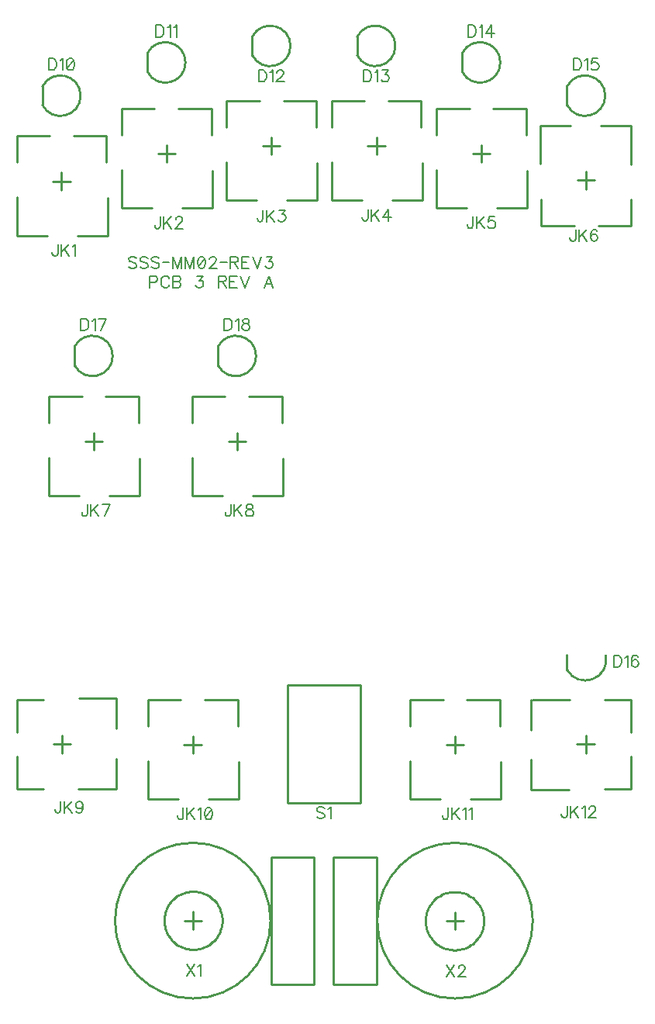
<source format=gbr>
G04 DipTrace 2.4.0.2*
%INTopSilk.gbr*%
%MOIN*%
%ADD10C,0.0098*%
%ADD51C,0.0077*%
%FSLAX44Y44*%
G04*
G70*
G90*
G75*
G01*
%LNTopSilk*%
%LPD*%
X5581Y42792D2*
D10*
Y43630D1*
Y42827D2*
G03X5581Y43616I774J395D01*
G01*
X10093Y44221D2*
Y45059D1*
Y44256D2*
G03X10093Y45045I774J395D01*
G01*
X14605Y44930D2*
Y45768D1*
Y44965D2*
G03X14605Y45754I774J395D01*
G01*
X19116Y44930D2*
Y45768D1*
Y44965D2*
G03X19116Y45754I774J395D01*
G01*
X23628Y44221D2*
Y45059D1*
Y44256D2*
G03X23628Y45045I774J395D01*
G01*
X28140Y42792D2*
Y43630D1*
Y42827D2*
G03X28140Y43616I774J395D01*
G01*
X6961Y31611D2*
Y32449D1*
Y31646D2*
G03X6961Y32435I774J395D01*
G01*
X13127Y31611D2*
Y32449D1*
Y31646D2*
G03X13127Y32435I774J395D01*
G01*
X6781Y39547D2*
X6033D1*
X6407Y39921D2*
Y39173D1*
X8336Y41496D2*
X6919D1*
X8376Y37205D2*
Y38819D1*
X8336Y40354D2*
Y41496D1*
X8376Y37205D2*
X7076D1*
X5777D2*
X4478D1*
Y37244D2*
Y38858D1*
Y40354D2*
Y41496D1*
X5895D2*
X4478D1*
X11293Y40728D2*
X10544D1*
X10918Y41102D2*
Y40355D1*
X12848Y42677D2*
X11431D1*
X12887Y38386D2*
Y40000D1*
X12848Y41535D2*
Y42677D1*
X12887Y38386D2*
X11588D1*
X10289D2*
X8990D1*
Y38425D2*
Y40039D1*
Y41535D2*
Y42677D1*
X10407D2*
X8990D1*
X28592Y39587D2*
X29340D1*
X28966Y39213D2*
Y39960D1*
X27037Y37638D2*
X28454D1*
X26997Y41929D2*
Y40315D1*
X27037Y38780D2*
Y37638D1*
X26997Y41929D2*
X28297D1*
X29596D2*
X30895D1*
Y41890D2*
Y40276D1*
Y38780D2*
Y37638D1*
X29478D2*
X30895D1*
X8162Y28366D2*
X7413D1*
X7787Y28740D2*
Y27992D1*
X9717Y30315D2*
X8299D1*
X9756Y26024D2*
Y27638D1*
X9717Y29173D2*
Y30315D1*
X9756Y26024D2*
X8457D1*
X7157D2*
X5858D1*
Y26063D2*
Y27677D1*
Y29173D2*
Y30315D1*
X7276D2*
X5858D1*
X14327Y28366D2*
X13579D1*
X13953Y28740D2*
Y27992D1*
X15882Y30315D2*
X14465D1*
X15921Y26024D2*
Y27638D1*
X15882Y29173D2*
Y30315D1*
X15921Y26024D2*
X14622D1*
X13323D2*
X12024D1*
Y26063D2*
Y27677D1*
Y29173D2*
Y30315D1*
X13441D2*
X12024D1*
X6426Y15729D2*
Y14980D1*
X6053Y15354D2*
X6800D1*
X4478Y17283D2*
Y15866D1*
X8769Y17323D2*
X7155D1*
X5619Y17283D2*
X4478D1*
X8769Y17323D2*
Y16023D1*
Y14724D2*
Y13425D1*
X8730D2*
X7115D1*
X5619D2*
X4478D1*
Y14843D2*
Y13425D1*
X12423Y15335D2*
X11674D1*
X12048Y15709D2*
Y14961D1*
X13978Y17283D2*
X12560D1*
X14017Y12992D2*
Y14606D1*
X13978Y16142D2*
Y17283D1*
X14017Y12992D2*
X12718D1*
X11419D2*
X10120D1*
Y13031D2*
Y14646D1*
Y16142D2*
Y17283D1*
X11537D2*
X10120D1*
X23698Y15335D2*
X22950D1*
X23324Y15709D2*
Y14961D1*
X25253Y17283D2*
X23836D1*
X25293Y12992D2*
Y14606D1*
X25253Y16142D2*
Y17283D1*
X25293Y12992D2*
X23993D1*
X22694D2*
X21395D1*
Y13031D2*
Y14646D1*
Y16142D2*
Y17283D1*
X22812D2*
X21395D1*
X28946Y14980D2*
Y15728D1*
X29320Y15355D2*
X28572D1*
X30895Y13425D2*
Y14842D1*
X26604Y13386D2*
X28218D1*
X29753Y13425D2*
X30895D1*
X26604Y13386D2*
Y14685D1*
Y15984D2*
Y17283D1*
X26643D2*
X28257D1*
X29753D2*
X30895D1*
Y15866D2*
Y17283D1*
X16112Y17913D2*
X19261D1*
Y12835D1*
X16112D1*
Y17913D1*
X8704Y7776D2*
G02X8704Y7776I3345J0D01*
G01*
X15419Y5043D2*
X17269D1*
Y10512D1*
X15419D1*
Y5043D1*
X12052Y7407D2*
Y8155D1*
X12425Y7781D2*
X11677D1*
X10816Y7785D2*
X10819Y7872D1*
X10828Y7959D1*
X10843Y8045D1*
X10864Y8130D1*
X10891Y8213D1*
X10924Y8294D1*
X10962Y8372D1*
X11006Y8448D1*
X11055Y8520D1*
X11108Y8589D1*
X11167Y8654D1*
X11230Y8714D1*
X11296Y8770D1*
X11367Y8822D1*
X11441Y8868D1*
X11518Y8909D1*
X11598Y8944D1*
X11680Y8974D1*
X11764Y8998D1*
X11849Y9016D1*
X11936Y9028D1*
X12023Y9035D1*
X12110D1*
X12197Y9028D1*
X12284Y9016D1*
X12369Y8998D1*
X12453Y8974D1*
X12535Y8944D1*
X12615Y8909D1*
X12692Y8868D1*
X12766Y8822D1*
X12836Y8770D1*
X12903Y8714D1*
X12966Y8654D1*
X13024Y8589D1*
X13078Y8520D1*
X13127Y8448D1*
X13171Y8372D1*
X13209Y8294D1*
X13241Y8213D1*
X13268Y8130D1*
X13290Y8045D1*
X13305Y7959D1*
X13314Y7872D1*
X13317Y7785D1*
X13314Y7698D1*
X13305Y7611D1*
X13290Y7525D1*
X13268Y7441D1*
X13241Y7358D1*
X13209Y7277D1*
X13171Y7198D1*
X13127Y7123D1*
X13078Y7051D1*
X13024Y6982D1*
X12966Y6917D1*
X12903Y6856D1*
X12836Y6800D1*
X12766Y6749D1*
X12692Y6703D1*
X12615Y6662D1*
X12535Y6626D1*
X12453Y6596D1*
X12369Y6572D1*
X12284Y6554D1*
X12197Y6542D1*
X12110Y6536D1*
X12023D1*
X11936Y6542D1*
X11849Y6554D1*
X11764Y6572D1*
X11680Y6596D1*
X11598Y6626D1*
X11518Y6662D1*
X11441Y6703D1*
X11367Y6749D1*
X11296Y6800D1*
X11230Y6856D1*
X11167Y6917D1*
X11108Y6982D1*
X11055Y7051D1*
X11006Y7123D1*
X10962Y7198D1*
X10924Y7277D1*
X10891Y7358D1*
X10864Y7441D1*
X10843Y7525D1*
X10828Y7611D1*
X10819Y7698D1*
X10816Y7785D1*
X19979Y7776D2*
G02X19979Y7776I3345J0D01*
G01*
X19954Y10508D2*
X18104D1*
Y5039D1*
X19954D1*
Y10508D1*
X23321Y8144D2*
Y7396D1*
X22947Y7770D2*
X23696D1*
X22056Y7766D2*
X22059Y7853D1*
X22068Y7940D1*
X22083Y8026D1*
X22104Y8110D1*
X22131Y8193D1*
X22164Y8274D1*
X22202Y8353D1*
X22246Y8428D1*
X22295Y8501D1*
X22348Y8569D1*
X22407Y8634D1*
X22470Y8695D1*
X22536Y8751D1*
X22607Y8802D1*
X22681Y8848D1*
X22758Y8889D1*
X22838Y8925D1*
X22920Y8955D1*
X23004Y8979D1*
X23089Y8997D1*
X23176Y9009D1*
X23263Y9015D1*
X23350D1*
X23437Y9009D1*
X23524Y8997D1*
X23609Y8979D1*
X23693Y8955D1*
X23775Y8925D1*
X23855Y8889D1*
X23932Y8848D1*
X24006Y8802D1*
X24076Y8751D1*
X24143Y8695D1*
X24206Y8634D1*
X24264Y8569D1*
X24318Y8501D1*
X24367Y8428D1*
X24411Y8353D1*
X24449Y8274D1*
X24481Y8193D1*
X24508Y8110D1*
X24530Y8026D1*
X24545Y7940D1*
X24554Y7853D1*
X24557Y7766D1*
X24554Y7679D1*
X24545Y7592D1*
X24530Y7506D1*
X24508Y7421D1*
X24481Y7338D1*
X24449Y7257D1*
X24411Y7179D1*
X24367Y7103D1*
X24318Y7031D1*
X24264Y6962D1*
X24206Y6898D1*
X24143Y6837D1*
X24076Y6781D1*
X24006Y6730D1*
X23932Y6683D1*
X23855Y6642D1*
X23775Y6607D1*
X23693Y6577D1*
X23609Y6553D1*
X23524Y6535D1*
X23437Y6523D1*
X23350Y6517D1*
X23263D1*
X23176Y6523D1*
X23089Y6535D1*
X23004Y6553D1*
X22920Y6577D1*
X22838Y6607D1*
X22758Y6642D1*
X22681Y6683D1*
X22607Y6730D1*
X22536Y6781D1*
X22470Y6837D1*
X22407Y6898D1*
X22348Y6962D1*
X22295Y7031D1*
X22246Y7103D1*
X22202Y7179D1*
X22164Y7257D1*
X22131Y7338D1*
X22104Y7421D1*
X22083Y7506D1*
X22068Y7592D1*
X22059Y7679D1*
X22056Y7766D1*
X24828Y40728D2*
X24080D1*
X24454Y41102D2*
Y40355D1*
X26383Y42677D2*
X24966D1*
X26423Y38386D2*
Y40000D1*
X26383Y41535D2*
Y42677D1*
X26423Y38386D2*
X25123D1*
X23824D2*
X22525D1*
Y38425D2*
Y40039D1*
Y41535D2*
Y42677D1*
X23942D2*
X22525D1*
X20317Y41063D2*
X19568D1*
X19942Y41437D2*
Y40689D1*
X21871Y43012D2*
X20454D1*
X21911Y38721D2*
Y40335D1*
X21871Y41870D2*
Y43012D1*
X21911Y38721D2*
X20611D1*
X19312D2*
X18013D1*
Y38760D2*
Y40374D1*
Y41870D2*
Y43012D1*
X19430D2*
X18013D1*
X15805Y41063D2*
X15056D1*
X15430Y41437D2*
Y40689D1*
X17360Y43012D2*
X15942D1*
X17399Y38721D2*
Y40335D1*
X17360Y41870D2*
Y43012D1*
X17399Y38721D2*
X16100D1*
X14800D2*
X13501D1*
Y38760D2*
Y40374D1*
Y41870D2*
Y43012D1*
X14919D2*
X13501D1*
X28140Y18528D2*
X28135Y19197D1*
X28140Y18563D2*
G03X29808Y19165I787J431D01*
G01*
X5853Y44823D2*
D51*
Y44320D1*
X6020D1*
X6092Y44345D1*
X6140Y44392D1*
X6164Y44440D1*
X6188Y44511D1*
Y44631D1*
X6164Y44703D1*
X6140Y44751D1*
X6092Y44799D1*
X6020Y44823D1*
X5853D1*
X6342Y44726D2*
X6390Y44751D1*
X6462Y44822D1*
Y44320D1*
X6760Y44822D2*
X6689Y44798D1*
X6640Y44726D1*
X6617Y44607D1*
Y44535D1*
X6640Y44416D1*
X6689Y44344D1*
X6760Y44320D1*
X6808D1*
X6880Y44344D1*
X6927Y44416D1*
X6952Y44535D1*
Y44607D1*
X6927Y44726D1*
X6880Y44798D1*
X6808Y44822D1*
X6760D1*
X6927Y44726D2*
X6640Y44416D1*
X10472Y46252D2*
Y45749D1*
X10640D1*
X10712Y45774D1*
X10760Y45821D1*
X10783Y45869D1*
X10807Y45941D1*
Y46061D1*
X10783Y46132D1*
X10760Y46180D1*
X10712Y46228D1*
X10640Y46252D1*
X10472D1*
X10962Y46156D2*
X11010Y46180D1*
X11082Y46251D1*
Y45749D1*
X11236Y46156D2*
X11284Y46180D1*
X11356Y46251D1*
Y45749D1*
X14877Y44321D2*
Y43819D1*
X15044D1*
X15116Y43843D1*
X15164Y43890D1*
X15188Y43938D1*
X15212Y44010D1*
Y44130D1*
X15188Y44202D1*
X15164Y44249D1*
X15116Y44297D1*
X15044Y44321D1*
X14877D1*
X15366Y44225D2*
X15414Y44249D1*
X15486Y44320D1*
Y43819D1*
X15665Y44201D2*
Y44225D1*
X15688Y44273D1*
X15712Y44297D1*
X15760Y44320D1*
X15856D1*
X15903Y44297D1*
X15927Y44273D1*
X15951Y44225D1*
Y44177D1*
X15927Y44129D1*
X15880Y44058D1*
X15640Y43819D1*
X15975D1*
X19388Y44321D2*
Y43819D1*
X19556D1*
X19628Y43843D1*
X19676Y43890D1*
X19700Y43938D1*
X19723Y44010D1*
Y44130D1*
X19700Y44202D1*
X19676Y44249D1*
X19628Y44297D1*
X19556Y44321D1*
X19388D1*
X19878Y44225D2*
X19926Y44249D1*
X19998Y44320D1*
Y43819D1*
X20200Y44320D2*
X20463D1*
X20320Y44129D1*
X20391D1*
X20439Y44105D1*
X20463Y44082D1*
X20487Y44010D1*
Y43962D1*
X20463Y43890D1*
X20415Y43842D1*
X20343Y43819D1*
X20271D1*
X20200Y43842D1*
X20176Y43867D1*
X20152Y43914D1*
X23888Y46252D2*
Y45749D1*
X24056D1*
X24128Y45774D1*
X24176Y45821D1*
X24200Y45869D1*
X24223Y45941D1*
Y46061D1*
X24200Y46132D1*
X24176Y46180D1*
X24128Y46228D1*
X24056Y46252D1*
X23888D1*
X24378Y46156D2*
X24426Y46180D1*
X24498Y46251D1*
Y45749D1*
X24891D2*
Y46251D1*
X24652Y45917D1*
X25011D1*
X28412Y44823D2*
Y44320D1*
X28580D1*
X28651Y44345D1*
X28699Y44392D1*
X28723Y44440D1*
X28747Y44511D1*
Y44631D1*
X28723Y44703D1*
X28699Y44751D1*
X28651Y44799D1*
X28580Y44823D1*
X28412D1*
X28901Y44726D2*
X28949Y44751D1*
X29021Y44822D1*
Y44320D1*
X29463Y44822D2*
X29224D1*
X29200Y44607D1*
X29224Y44631D1*
X29296Y44655D1*
X29367D1*
X29439Y44631D1*
X29487Y44583D1*
X29511Y44511D1*
Y44464D1*
X29487Y44392D1*
X29439Y44344D1*
X29367Y44320D1*
X29296D1*
X29224Y44344D1*
X29200Y44368D1*
X29176Y44416D1*
X7234Y33642D2*
Y33139D1*
X7401D1*
X7473Y33163D1*
X7521Y33211D1*
X7545Y33259D1*
X7569Y33330D1*
Y33450D1*
X7545Y33522D1*
X7521Y33570D1*
X7473Y33618D1*
X7401Y33642D1*
X7234D1*
X7723Y33545D2*
X7771Y33570D1*
X7843Y33641D1*
Y33139D1*
X8093D2*
X8332Y33641D1*
X7997D1*
X13399Y33642D2*
Y33139D1*
X13567D1*
X13639Y33163D1*
X13687Y33211D1*
X13710Y33259D1*
X13734Y33330D1*
Y33450D1*
X13710Y33522D1*
X13687Y33570D1*
X13639Y33618D1*
X13567Y33642D1*
X13399D1*
X13889Y33545D2*
X13937Y33570D1*
X14008Y33641D1*
Y33139D1*
X14282Y33641D2*
X14211Y33617D1*
X14187Y33570D1*
Y33522D1*
X14211Y33474D1*
X14258Y33450D1*
X14354Y33426D1*
X14426Y33402D1*
X14473Y33354D1*
X14497Y33307D1*
Y33235D1*
X14473Y33187D1*
X14450Y33163D1*
X14378Y33139D1*
X14282D1*
X14211Y33163D1*
X14187Y33187D1*
X14163Y33235D1*
Y33307D1*
X14187Y33354D1*
X14235Y33402D1*
X14306Y33426D1*
X14402Y33450D1*
X14450Y33474D1*
X14473Y33522D1*
Y33570D1*
X14450Y33617D1*
X14378Y33641D1*
X14282D1*
X6243Y36838D2*
Y36456D1*
X6219Y36384D1*
X6195Y36360D1*
X6147Y36336D1*
X6099D1*
X6052Y36360D1*
X6028Y36384D1*
X6004Y36456D1*
Y36503D1*
X6397Y36838D2*
Y36336D1*
X6732Y36838D2*
X6397Y36503D1*
X6517Y36623D2*
X6732Y36336D1*
X6887Y36742D2*
X6935Y36766D1*
X7007Y36838D1*
Y36336D1*
X10647Y38019D2*
Y37637D1*
X10624Y37565D1*
X10599Y37541D1*
X10552Y37517D1*
X10504D1*
X10456Y37541D1*
X10432Y37565D1*
X10408Y37637D1*
Y37684D1*
X10802Y38019D2*
Y37517D1*
X11137Y38019D2*
X10802Y37684D1*
X10921Y37804D2*
X11137Y37517D1*
X11315Y37899D2*
Y37923D1*
X11339Y37971D1*
X11363Y37995D1*
X11411Y38019D1*
X11507D1*
X11554Y37995D1*
X11578Y37971D1*
X11602Y37923D1*
Y37876D1*
X11578Y37828D1*
X11530Y37756D1*
X11291Y37517D1*
X11626D1*
X28510Y37468D2*
Y37086D1*
X28486Y37014D1*
X28462Y36990D1*
X28414Y36966D1*
X28366D1*
X28319Y36990D1*
X28295Y37014D1*
X28271Y37086D1*
Y37133D1*
X28664Y37468D2*
Y36966D1*
X28999Y37468D2*
X28664Y37133D1*
X28784Y37253D2*
X28999Y36966D1*
X29441Y37396D2*
X29417Y37444D1*
X29345Y37468D1*
X29297D1*
X29226Y37444D1*
X29177Y37372D1*
X29154Y37253D1*
Y37133D1*
X29177Y37038D1*
X29226Y36990D1*
X29297Y36966D1*
X29321D1*
X29392Y36990D1*
X29441Y37038D1*
X29464Y37110D1*
Y37133D1*
X29441Y37205D1*
X29392Y37253D1*
X29321Y37276D1*
X29297D1*
X29226Y37253D1*
X29177Y37205D1*
X29154Y37133D1*
X7516Y25657D2*
Y25275D1*
X7492Y25203D1*
X7468Y25179D1*
X7421Y25155D1*
X7372D1*
X7325Y25179D1*
X7301Y25203D1*
X7277Y25275D1*
Y25322D1*
X7671Y25657D2*
Y25155D1*
X8005Y25657D2*
X7671Y25322D1*
X7790Y25442D2*
X8005Y25155D1*
X8255D2*
X8495Y25657D1*
X8160D1*
X13682D2*
Y25275D1*
X13658Y25203D1*
X13634Y25179D1*
X13586Y25155D1*
X13538D1*
X13491Y25179D1*
X13467Y25203D1*
X13442Y25275D1*
Y25322D1*
X13836Y25657D2*
Y25155D1*
X14171Y25657D2*
X13836Y25322D1*
X13956Y25442D2*
X14171Y25155D1*
X14445Y25657D2*
X14374Y25633D1*
X14349Y25585D1*
Y25537D1*
X14374Y25490D1*
X14421Y25465D1*
X14517Y25442D1*
X14589Y25418D1*
X14636Y25370D1*
X14660Y25322D1*
Y25250D1*
X14636Y25203D1*
X14612Y25179D1*
X14541Y25155D1*
X14445D1*
X14374Y25179D1*
X14349Y25203D1*
X14326Y25250D1*
Y25322D1*
X14349Y25370D1*
X14397Y25418D1*
X14469Y25442D1*
X14564Y25465D1*
X14612Y25490D1*
X14636Y25537D1*
Y25585D1*
X14612Y25633D1*
X14541Y25657D1*
X14445D1*
X6364Y12901D2*
Y12519D1*
X6340Y12447D1*
X6316Y12423D1*
X6268Y12399D1*
X6220D1*
X6173Y12423D1*
X6149Y12447D1*
X6125Y12519D1*
Y12566D1*
X6518Y12901D2*
Y12399D1*
X6853Y12901D2*
X6518Y12566D1*
X6638Y12686D2*
X6853Y12399D1*
X7319Y12734D2*
X7295Y12662D1*
X7247Y12614D1*
X7175Y12590D1*
X7151D1*
X7080Y12614D1*
X7032Y12662D1*
X7008Y12734D1*
Y12758D1*
X7032Y12829D1*
X7080Y12877D1*
X7151Y12901D1*
X7175D1*
X7247Y12877D1*
X7295Y12829D1*
X7319Y12734D1*
Y12614D1*
X7295Y12494D1*
X7247Y12423D1*
X7175Y12399D1*
X7128D1*
X7056Y12423D1*
X7032Y12471D1*
X11640Y12626D2*
Y12243D1*
X11616Y12171D1*
X11592Y12148D1*
X11545Y12123D1*
X11496D1*
X11449Y12148D1*
X11425Y12171D1*
X11401Y12243D1*
Y12291D1*
X11795Y12626D2*
Y12123D1*
X12129Y12626D2*
X11795Y12291D1*
X11914Y12411D2*
X12129Y12123D1*
X12284Y12530D2*
X12332Y12554D1*
X12404Y12625D1*
Y12123D1*
X12702Y12625D2*
X12630Y12601D1*
X12582Y12530D1*
X12558Y12410D1*
Y12338D1*
X12582Y12219D1*
X12630Y12147D1*
X12702Y12123D1*
X12749D1*
X12821Y12147D1*
X12869Y12219D1*
X12893Y12338D1*
Y12410D1*
X12869Y12530D1*
X12821Y12601D1*
X12749Y12625D1*
X12702D1*
X12869Y12530D2*
X12582Y12219D1*
X23023Y12626D2*
Y12243D1*
X22999Y12171D1*
X22975Y12148D1*
X22928Y12123D1*
X22880D1*
X22832Y12148D1*
X22808Y12171D1*
X22784Y12243D1*
Y12291D1*
X23178Y12626D2*
Y12123D1*
X23513Y12626D2*
X23178Y12291D1*
X23297Y12411D2*
X23513Y12123D1*
X23667Y12530D2*
X23715Y12554D1*
X23787Y12625D1*
Y12123D1*
X23941Y12530D2*
X23989Y12554D1*
X24061Y12625D1*
Y12123D1*
X28144Y12704D2*
Y12322D1*
X28120Y12250D1*
X28096Y12226D1*
X28048Y12202D1*
X28000D1*
X27953Y12226D1*
X27929Y12250D1*
X27905Y12322D1*
Y12369D1*
X28298Y12704D2*
Y12202D1*
X28633Y12704D2*
X28298Y12369D1*
X28418Y12489D2*
X28633Y12202D1*
X28788Y12608D2*
X28836Y12633D1*
X28908Y12704D1*
Y12202D1*
X29086Y12584D2*
Y12608D1*
X29110Y12656D1*
X29134Y12680D1*
X29182Y12704D1*
X29278D1*
X29325Y12680D1*
X29349Y12656D1*
X29373Y12608D1*
Y12561D1*
X29349Y12513D1*
X29301Y12441D1*
X29062Y12202D1*
X29397D1*
X17717Y12593D2*
X17669Y12641D1*
X17597Y12665D1*
X17502D1*
X17430Y12641D1*
X17382Y12593D1*
Y12546D1*
X17406Y12498D1*
X17430Y12474D1*
X17477Y12450D1*
X17621Y12402D1*
X17669Y12378D1*
X17693Y12354D1*
X17717Y12306D1*
Y12235D1*
X17669Y12187D1*
X17597Y12163D1*
X17502D1*
X17430Y12187D1*
X17382Y12235D1*
X17871Y12569D2*
X17919Y12593D1*
X17991Y12665D1*
Y12163D1*
X15064Y38317D2*
Y37935D1*
X15040Y37863D1*
X15016Y37839D1*
X14968Y37815D1*
X14920D1*
X14873Y37839D1*
X14849Y37863D1*
X14825Y37935D1*
Y37982D1*
X15218Y38317D2*
Y37815D1*
X15553Y38317D2*
X15218Y37982D1*
X15338Y38102D2*
X15553Y37815D1*
X15756Y38317D2*
X16018D1*
X15875Y38125D1*
X15947D1*
X15995Y38102D1*
X16018Y38078D1*
X16043Y38006D1*
Y37959D1*
X16018Y37887D1*
X15971Y37839D1*
X15899Y37815D1*
X15827D1*
X15756Y37839D1*
X15732Y37863D1*
X15708Y37910D1*
X19580Y38349D2*
Y37966D1*
X19556Y37894D1*
X19532Y37871D1*
X19484Y37846D1*
X19436D1*
X19389Y37871D1*
X19365Y37894D1*
X19341Y37966D1*
Y38014D1*
X19734Y38349D2*
Y37846D1*
X20069Y38349D2*
X19734Y38014D1*
X19854Y38134D2*
X20069Y37846D1*
X20463D2*
Y38348D1*
X20224Y38014D1*
X20582D1*
X24096Y38026D2*
Y37643D1*
X24072Y37572D1*
X24047Y37548D1*
X24000Y37523D1*
X23952D1*
X23904Y37548D1*
X23881Y37572D1*
X23856Y37643D1*
Y37691D1*
X24250Y38026D2*
Y37523D1*
X24585Y38026D2*
X24250Y37691D1*
X24369Y37811D2*
X24585Y37523D1*
X25026Y38025D2*
X24787D1*
X24764Y37810D1*
X24787Y37834D1*
X24859Y37858D1*
X24931D1*
X25002Y37834D1*
X25050Y37787D1*
X25074Y37715D1*
Y37667D1*
X25050Y37595D1*
X25002Y37547D1*
X24931Y37523D1*
X24859D1*
X24787Y37547D1*
X24764Y37572D1*
X24739Y37619D1*
X30148Y19179D2*
Y18677D1*
X30315D1*
X30387Y18701D1*
X30435Y18749D1*
X30459Y18797D1*
X30483Y18868D1*
Y18988D1*
X30459Y19060D1*
X30435Y19108D1*
X30387Y19156D1*
X30315Y19179D1*
X30148D1*
X30637Y19083D2*
X30685Y19108D1*
X30757Y19179D1*
Y18677D1*
X31198Y19108D2*
X31174Y19155D1*
X31102Y19179D1*
X31055D1*
X30983Y19155D1*
X30935Y19083D1*
X30911Y18964D1*
Y18844D1*
X30935Y18749D1*
X30983Y18701D1*
X31055Y18677D1*
X31079D1*
X31150Y18701D1*
X31198Y18749D1*
X31222Y18821D1*
Y18844D1*
X31198Y18916D1*
X31150Y18964D1*
X31079Y18988D1*
X31055D1*
X30983Y18964D1*
X30935Y18916D1*
X30911Y18844D1*
X9623Y36235D2*
X9575Y36283D1*
X9504Y36307D1*
X9408D1*
X9336Y36283D1*
X9288Y36235D1*
Y36187D1*
X9312Y36139D1*
X9336Y36116D1*
X9384Y36092D1*
X9527Y36044D1*
X9575Y36020D1*
X9599Y35996D1*
X9623Y35948D1*
Y35876D1*
X9575Y35829D1*
X9504Y35804D1*
X9408D1*
X9336Y35829D1*
X9288Y35876D1*
X10112Y36235D2*
X10065Y36283D1*
X9993Y36307D1*
X9897D1*
X9825Y36283D1*
X9777Y36235D1*
Y36187D1*
X9802Y36139D1*
X9825Y36116D1*
X9873Y36092D1*
X10017Y36044D1*
X10065Y36020D1*
X10089Y35996D1*
X10112Y35948D1*
Y35876D1*
X10065Y35829D1*
X9993Y35804D1*
X9897D1*
X9825Y35829D1*
X9777Y35876D1*
X10602Y36235D2*
X10554Y36283D1*
X10482Y36307D1*
X10387D1*
X10315Y36283D1*
X10267Y36235D1*
Y36187D1*
X10291Y36139D1*
X10315Y36116D1*
X10362Y36092D1*
X10506Y36044D1*
X10554Y36020D1*
X10578Y35996D1*
X10602Y35948D1*
Y35876D1*
X10554Y35829D1*
X10482Y35804D1*
X10387D1*
X10315Y35829D1*
X10267Y35876D1*
X10756Y36055D2*
X11032D1*
X11569Y35804D2*
Y36307D1*
X11378Y35804D1*
X11187Y36307D1*
Y35804D1*
X12106D2*
Y36307D1*
X11915Y35804D1*
X11724Y36307D1*
Y35804D1*
X12404Y36306D2*
X12332Y36282D1*
X12284Y36211D1*
X12260Y36091D1*
Y36019D1*
X12284Y35900D1*
X12332Y35828D1*
X12404Y35804D1*
X12452D1*
X12524Y35828D1*
X12571Y35900D1*
X12595Y36019D1*
Y36091D1*
X12571Y36211D1*
X12524Y36282D1*
X12452Y36306D1*
X12404D1*
X12571Y36211D2*
X12284Y35900D1*
X12774Y36187D2*
Y36211D1*
X12798Y36259D1*
X12822Y36282D1*
X12870Y36306D1*
X12965D1*
X13013Y36282D1*
X13037Y36259D1*
X13061Y36211D1*
Y36163D1*
X13037Y36115D1*
X12989Y36044D1*
X12750Y35804D1*
X13085D1*
X13239Y36055D2*
X13515D1*
X13670Y36067D2*
X13885D1*
X13957Y36092D1*
X13981Y36116D1*
X14005Y36163D1*
Y36211D1*
X13981Y36259D1*
X13957Y36283D1*
X13885Y36307D1*
X13670D1*
Y35804D1*
X13837Y36067D2*
X14005Y35804D1*
X14470Y36307D2*
X14159D1*
Y35804D1*
X14470D1*
X14159Y36067D2*
X14350D1*
X14624Y36307D2*
X14815Y35804D1*
X15007Y36307D1*
X15209Y36306D2*
X15472D1*
X15329Y36115D1*
X15400D1*
X15448Y36091D1*
X15472Y36067D1*
X15496Y35996D1*
Y35948D1*
X15472Y35876D1*
X15424Y35828D1*
X15352Y35804D1*
X15280D1*
X15209Y35828D1*
X15185Y35852D1*
X15161Y35900D1*
X10190Y35212D2*
X10405D1*
X10476Y35235D1*
X10501Y35260D1*
X10525Y35307D1*
Y35379D1*
X10501Y35427D1*
X10476Y35451D1*
X10405Y35475D1*
X10190D1*
Y34972D1*
X11038Y35355D2*
X11014Y35403D1*
X10966Y35451D1*
X10918Y35475D1*
X10823D1*
X10775Y35451D1*
X10727Y35403D1*
X10703Y35355D1*
X10679Y35283D1*
Y35164D1*
X10703Y35092D1*
X10727Y35044D1*
X10775Y34997D1*
X10823Y34972D1*
X10918D1*
X10966Y34997D1*
X11014Y35044D1*
X11038Y35092D1*
X11192Y35475D2*
Y34972D1*
X11408D1*
X11479Y34997D1*
X11503Y35020D1*
X11527Y35068D1*
Y35140D1*
X11503Y35188D1*
X11479Y35212D1*
X11408Y35235D1*
X11479Y35260D1*
X11503Y35283D1*
X11527Y35331D1*
Y35379D1*
X11503Y35427D1*
X11479Y35451D1*
X11408Y35475D1*
X11192D1*
Y35235D2*
X11408D1*
X12215Y35474D2*
X12478D1*
X12335Y35283D1*
X12407D1*
X12454Y35259D1*
X12478Y35235D1*
X12502Y35164D1*
Y35116D1*
X12478Y35044D1*
X12430Y34996D1*
X12359Y34972D1*
X12287D1*
X12215Y34996D1*
X12192Y35020D1*
X12167Y35068D1*
X13143Y35235D2*
X13358D1*
X13430Y35260D1*
X13454Y35283D1*
X13478Y35331D1*
Y35379D1*
X13454Y35427D1*
X13430Y35451D1*
X13358Y35475D1*
X13143D1*
Y34972D1*
X13310Y35235D2*
X13478Y34972D1*
X13943Y35475D2*
X13632D1*
Y34972D1*
X13943D1*
X13632Y35235D2*
X13823D1*
X14097Y35475D2*
X14288Y34972D1*
X14479Y35475D1*
X15503Y34972D2*
X15311Y35475D1*
X15120Y34972D1*
X15192Y35140D2*
X15431D1*
X11780Y5893D2*
X12115Y5391D1*
Y5893D2*
X11780Y5391D1*
X12269Y5797D2*
X12318Y5822D1*
X12389Y5893D1*
Y5391D1*
X22961Y5854D2*
X23296Y5352D1*
Y5854D2*
X22961Y5352D1*
X23475Y5734D2*
Y5758D1*
X23499Y5806D1*
X23522Y5830D1*
X23571Y5853D1*
X23666D1*
X23714Y5830D1*
X23737Y5806D1*
X23762Y5758D1*
Y5710D1*
X23737Y5662D1*
X23690Y5591D1*
X23451Y5352D1*
X23786D1*
M02*

</source>
